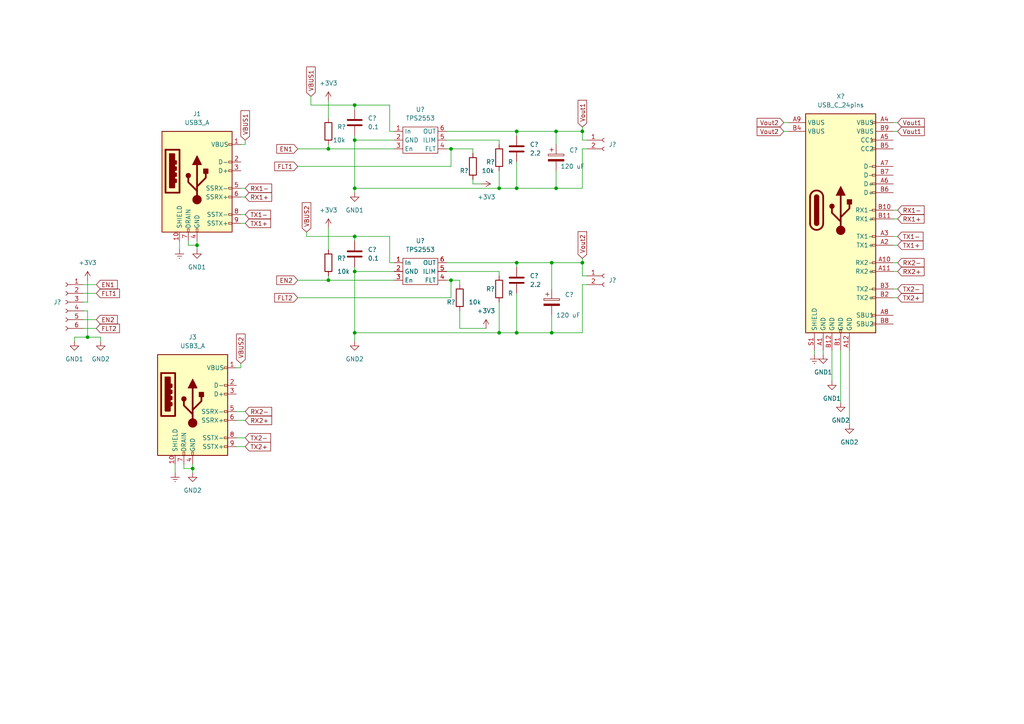
<source format=kicad_sch>
(kicad_sch (version 20211123) (generator eeschema)
  (paper "A4")
  (lib_symbols
    (symbol "Connector:Conn_01x02_Female" (pin_names (offset 1.016) hide)
      (property "Reference" "J" (at 0 2.54 0))
      (property "Value" "Conn_01x02_Female" (at 0 -5.08 0))
      (symbol "Conn_01x02_Female_1_1"
        (arc (start 0 -2.032) (mid -0.508 -2.54) (end 0 -3.048) (stroke (width 0.1524)))
        (polyline (pts (xy -1.27 -2.54) (xy -0.508 -2.54)) (stroke (width 0.1524)))
        (polyline (pts (xy -1.27 0) (xy -0.508 0)) (stroke (width 0.1524)))
        (arc (start 0 0.508) (mid -0.508 0) (end 0 -0.508) (stroke (width 0.1524)))
        (pin passive line (at -5.08 0 0) (length 3.81) (name "Pin_1") (number "1"))
        (pin passive line (at -5.08 -2.54 0) (length 3.81) (name "Pin_2") (number "2"))
      )
    )
    (symbol "Connector:Conn_01x06_Female" (pin_names (offset 1.016) hide)
      (property "Reference" "J" (at 0 7.62 0))
      (property "Value" "Conn_01x06_Female" (at 0 -10.16 0))
      (symbol "Conn_01x06_Female_1_1"
        (arc (start 0 -7.112) (mid -0.508 -7.62) (end 0 -8.128) (stroke (width 0.1524)))
        (arc (start 0 -4.572) (mid -0.508 -5.08) (end 0 -5.588) (stroke (width 0.1524)))
        (arc (start 0 -2.032) (mid -0.508 -2.54) (end 0 -3.048) (stroke (width 0.1524)))
        (polyline (pts (xy -1.27 -7.62) (xy -0.508 -7.62)) (stroke (width 0.1524)))
        (polyline (pts (xy -1.27 -5.08) (xy -0.508 -5.08)) (stroke (width 0.1524)))
        (polyline (pts (xy -1.27 -2.54) (xy -0.508 -2.54)) (stroke (width 0.1524)))
        (polyline (pts (xy -1.27 0) (xy -0.508 0)) (stroke (width 0.1524)))
        (polyline (pts (xy -1.27 2.54) (xy -0.508 2.54)) (stroke (width 0.1524)))
        (polyline (pts (xy -1.27 5.08) (xy -0.508 5.08)) (stroke (width 0.1524)))
        (arc (start 0 0.508) (mid -0.508 0) (end 0 -0.508) (stroke (width 0.1524)))
        (arc (start 0 3.048) (mid -0.508 2.54) (end 0 2.032) (stroke (width 0.1524)))
        (arc (start 0 5.588) (mid -0.508 5.08) (end 0 4.572) (stroke (width 0.1524)))
        (pin passive line (at -5.08 5.08 0) (length 3.81) (name "Pin_1") (number "1"))
        (pin passive line (at -5.08 2.54 0) (length 3.81) (name "Pin_2") (number "2"))
        (pin passive line (at -5.08 0 0) (length 3.81) (name "Pin_3") (number "3"))
        (pin passive line (at -5.08 -2.54 0) (length 3.81) (name "Pin_4") (number "4"))
        (pin passive line (at -5.08 -5.08 0) (length 3.81) (name "Pin_5") (number "5"))
        (pin passive line (at -5.08 -7.62 0) (length 3.81) (name "Pin_6") (number "6"))
      )
    )
    (symbol "Connector:USB3_A" (pin_names (offset 1.016))
      (property "Reference" "J" (at -10.16 15.24 0))
      (property "Value" "USB3_A" (at 10.16 15.24 0))
      (symbol "USB3_A_0_0"
        (rectangle (start -9.144 8.636) (end -5.08 -3.81) (stroke (width 0.508)))
        (rectangle (start -7.874 7.366) (end -6.604 -2.286) (stroke (width 0.508)) (fill (type outline)))
        (rectangle (start -6.35 0) (end -6.096 -0.762) (stroke (width 0.508)))
        (rectangle (start -6.35 1.778) (end -6.096 1.016) (stroke (width 0.508)))
        (rectangle (start -6.35 3.556) (end -6.096 2.794) (stroke (width 0.508)))
        (rectangle (start -6.35 5.334) (end -6.096 4.572) (stroke (width 0.508)))
        (rectangle (start -2.794 -15.24) (end -2.286 -14.224))
        (rectangle (start -0.254 -15.24) (end 0.254 -14.224))
        (rectangle (start 10.16 -12.446) (end 9.144 -12.954))
        (rectangle (start 10.16 -9.906) (end 9.144 -10.414))
        (rectangle (start 10.16 -4.826) (end 9.144 -5.334))
        (rectangle (start 10.16 -2.286) (end 9.144 -2.794))
        (rectangle (start 10.16 2.794) (end 9.144 2.286))
        (rectangle (start 10.16 5.334) (end 9.144 4.826))
        (rectangle (start 10.16 10.414) (end 9.144 9.906))
      )
      (symbol "USB3_A_0_1"
        (rectangle (start -10.16 13.97) (end 10.16 -15.24) (stroke (width 0.254)) (fill (type background)))
      )
      (symbol "USB3_A_1_1"
        (circle (center -2.54 1.143) (radius 0.635) (stroke (width 0.254)) (fill (type outline)))
        (circle (center 0 -5.842) (radius 1.27) (fill (type outline)))
        (polyline (pts (xy 0 -5.842) (xy 0 4.318)) (stroke (width 0.508)))
        (polyline (pts (xy 0 -3.302) (xy -2.54 -0.762) (xy -2.54 0.508)) (stroke (width 0.508)))
        (polyline (pts (xy 0 -2.032) (xy 2.54 0.508) (xy 2.54 1.778)) (stroke (width 0.508)))
        (polyline (pts (xy -1.27 4.318) (xy 0 6.858) (xy 1.27 4.318) (xy -1.27 4.318)) (stroke (width 0.254)) (fill (type outline)))
        (rectangle (start 1.905 1.778) (end 3.175 3.048) (stroke (width 0.254)) (fill (type outline)))
        (pin power_in line (at 12.7 10.16 180) (length 2.54) (name "VBUS") (number "1"))
        (pin passive line (at -5.08 -17.78 90) (length 2.54) (name "SHIELD") (number "10"))
        (pin bidirectional line (at 12.7 5.08 180) (length 2.54) (name "D-") (number "2"))
        (pin bidirectional line (at 12.7 2.54 180) (length 2.54) (name "D+") (number "3"))
        (pin power_in line (at 0 -17.78 90) (length 2.54) (name "GND") (number "4"))
        (pin output line (at 12.7 -2.54 180) (length 2.54) (name "SSRX-") (number "5"))
        (pin output line (at 12.7 -5.08 180) (length 2.54) (name "SSRX+") (number "6"))
        (pin passive line (at -2.54 -17.78 90) (length 2.54) (name "DRAIN") (number "7"))
        (pin input line (at 12.7 -10.16 180) (length 2.54) (name "SSTX-") (number "8"))
        (pin input line (at 12.7 -12.7 180) (length 2.54) (name "SSTX+") (number "9"))
      )
    )
    (symbol "Device:C" (pin_numbers hide) (pin_names (offset 0.254))
      (property "Reference" "C" (at 0.635 2.54 0))
      (property "Value" "C" (at 0.635 -2.54 0))
      (symbol "C_0_1"
        (polyline (pts (xy -2.032 -0.762) (xy 2.032 -0.762)) (stroke (width 0.508)))
        (polyline (pts (xy -2.032 0.762) (xy 2.032 0.762)) (stroke (width 0.508)))
      )
      (symbol "C_1_1"
        (pin passive line (at 0 3.81 270) (length 2.794) (name "~") (number "1"))
        (pin passive line (at 0 -3.81 90) (length 2.794) (name "~") (number "2"))
      )
    )
    (symbol "Device:C_Polarized" (pin_numbers hide) (pin_names (offset 0.254))
      (property "Reference" "C" (at 0.635 2.54 0))
      (property "Value" "C_Polarized" (at 0.635 -2.54 0))
      (symbol "C_Polarized_0_1"
        (rectangle (start -2.286 0.508) (end 2.286 1.016))
        (polyline (pts (xy -1.778 2.286) (xy -0.762 2.286)))
        (polyline (pts (xy -1.27 2.794) (xy -1.27 1.778)))
        (rectangle (start 2.286 -0.508) (end -2.286 -1.016) (fill (type outline)))
      )
      (symbol "C_Polarized_1_1"
        (pin passive line (at 0 3.81 270) (length 2.794) (name "~") (number "1"))
        (pin passive line (at 0 -3.81 90) (length 2.794) (name "~") (number "2"))
      )
    )
    (symbol "Device:R" (pin_numbers hide) (pin_names (offset 0))
      (property "Reference" "R" (at 2.032 0 90))
      (property "Value" "R" (at 0 0 90))
      (symbol "R_0_1"
        (rectangle (start -1.016 -2.54) (end 1.016 2.54) (stroke (width 0.254)))
      )
      (symbol "R_1_1"
        (pin passive line (at 0 3.81 270) (length 1.27) (name "~") (number "1"))
        (pin passive line (at 0 -3.81 90) (length 1.27) (name "~") (number "2"))
      )
    )
    (symbol "Shield1:USB_C_24pins"
      (property "Reference" "X1" (at 0 38.1 0))
      (property "Value" "USB_C_24pins" (at 0 35.56 0))
      (symbol "USB_C_24pins_0_0"
        (rectangle (start -0.254 -30.48) (end 0.254 -29.464))
        (rectangle (start 10.16 -27.686) (end 9.144 -28.194))
        (rectangle (start 10.16 -25.146) (end 9.144 -25.654))
        (rectangle (start 10.16 -20.066) (end 9.144 -20.574))
        (rectangle (start 10.16 -17.526) (end 9.144 -18.034))
        (rectangle (start 10.16 -12.446) (end 9.144 -12.954))
        (rectangle (start 10.16 -9.906) (end 9.144 -10.414))
        (rectangle (start 10.16 -4.826) (end 9.144 -5.334))
        (rectangle (start 10.16 -2.286) (end 9.144 -2.794))
        (rectangle (start 10.16 2.794) (end 9.144 2.286))
        (rectangle (start 10.16 5.334) (end 9.144 4.826))
        (rectangle (start 10.16 10.414) (end 9.144 9.906))
        (rectangle (start 10.16 12.954) (end 9.144 12.446))
        (rectangle (start 10.16 15.494) (end 9.144 14.986))
        (rectangle (start 10.16 18.034) (end 9.144 17.526))
        (rectangle (start 10.16 23.114) (end 9.144 22.606))
        (rectangle (start 10.16 25.654) (end 9.144 25.146))
        (rectangle (start 10.16 30.734) (end 9.144 30.226))
      )
      (symbol "USB_C_24pins_0_1"
        (rectangle (start -10.16 33.02) (end 10.16 -30.48) (stroke (width 0.254)) (fill (type background)))
        (arc (start -8.89 1.27) (mid -6.985 -0.635) (end -5.08 1.27) (stroke (width 0.508)))
        (arc (start -7.62 1.27) (mid -6.985 0.635) (end -6.35 1.27) (stroke (width 0.254)))
        (arc (start -7.62 1.27) (mid -6.985 0.635) (end -6.35 1.27) (stroke (width 0.254)) (fill (type outline)))
        (rectangle (start -7.62 1.27) (end -6.35 8.89) (stroke (width 0.254)) (fill (type outline)))
        (arc (start -6.35 8.89) (mid -6.985 9.525) (end -7.62 8.89) (stroke (width 0.254)))
        (arc (start -6.35 8.89) (mid -6.985 9.525) (end -7.62 8.89) (stroke (width 0.254)) (fill (type outline)))
        (arc (start -5.08 8.89) (mid -6.985 10.795) (end -8.89 8.89) (stroke (width 0.508)))
        (polyline (pts (xy -8.89 1.27) (xy -8.89 8.89)) (stroke (width 0.508)))
        (polyline (pts (xy -5.08 8.89) (xy -5.08 1.27)) (stroke (width 0.508)))
      )
      (symbol "USB_C_24pins_1_1"
        (circle (center -2.54 6.223) (radius 0.635) (stroke (width 0.254)) (fill (type outline)))
        (circle (center 0 -0.762) (radius 1.27) (fill (type outline)))
        (polyline (pts (xy 0 -0.762) (xy 0 9.398)) (stroke (width 0.508)))
        (polyline (pts (xy 0 1.778) (xy -2.54 4.318) (xy -2.54 5.588)) (stroke (width 0.508)))
        (polyline (pts (xy 0 3.048) (xy 2.54 5.588) (xy 2.54 6.858)) (stroke (width 0.508)))
        (polyline (pts (xy -1.27 9.398) (xy 0 11.938) (xy 1.27 9.398) (xy -1.27 9.398)) (stroke (width 0.254)) (fill (type outline)))
        (rectangle (start 1.905 6.858) (end 3.175 8.128) (stroke (width 0.254)) (fill (type outline)))
        (pin passive line (at -5.08 -35.56 90) (length 5.08) (name "GND") (number "A1"))
        (pin bidirectional line (at 15.24 -10.16 180) (length 5.08) (name "RX2-") (number "A10"))
        (pin bidirectional line (at 15.24 -12.7 180) (length 5.08) (name "RX2+") (number "A11"))
        (pin passive line (at 2.54 -35.56 90) (length 5.08) (name "GND") (number "A12"))
        (pin bidirectional line (at 15.24 -5.08 180) (length 5.08) (name "TX1+") (number "A2"))
        (pin bidirectional line (at 15.24 -2.54 180) (length 5.08) (name "TX1-") (number "A3"))
        (pin passive line (at 15.24 30.48 180) (length 5.08) (name "VBUS") (number "A4"))
        (pin bidirectional line (at 15.24 25.4 180) (length 5.08) (name "CC1") (number "A5"))
        (pin bidirectional line (at 15.24 12.7 180) (length 5.08) (name "D+") (number "A6"))
        (pin bidirectional line (at 15.24 17.78 180) (length 5.08) (name "D-") (number "A7"))
        (pin bidirectional line (at 15.24 -25.4 180) (length 5.08) (name "SBU1") (number "A8"))
        (pin passive line (at -15.24 30.48 0) (length 5.08) (name "VBUS") (number "A9"))
        (pin passive line (at 0 -35.56 90) (length 5.08) (name "GND") (number "B1"))
        (pin bidirectional line (at 15.24 5.08 180) (length 5.08) (name "RX1-") (number "B10"))
        (pin bidirectional line (at 15.24 2.54 180) (length 5.08) (name "RX1+") (number "B11"))
        (pin passive line (at -2.54 -35.56 90) (length 5.08) (name "GND") (number "B12"))
        (pin bidirectional line (at 15.24 -20.32 180) (length 5.08) (name "TX2+") (number "B2"))
        (pin bidirectional line (at 15.24 -17.78 180) (length 5.08) (name "TX2-") (number "B3"))
        (pin passive line (at -15.24 27.94 0) (length 5.08) (name "VBUS") (number "B4"))
        (pin bidirectional line (at 15.24 22.86 180) (length 5.08) (name "CC2") (number "B5"))
        (pin bidirectional line (at 15.24 10.16 180) (length 5.08) (name "D+") (number "B6"))
        (pin bidirectional line (at 15.24 15.24 180) (length 5.08) (name "D-") (number "B7"))
        (pin bidirectional line (at 15.24 -27.94 180) (length 5.08) (name "SBU2") (number "B8"))
        (pin passive line (at 15.24 27.94 180) (length 5.08) (name "VBUS") (number "B9"))
        (pin passive line (at -7.62 -35.56 90) (length 5.08) (name "SHIELD") (number "S1"))
        (pin passive line (at -7.62 -35.56 90) (length 5.08) hide (name "SHIELD") (number "S2"))
        (pin passive line (at -7.62 -35.56 90) (length 5.08) hide (name "SHIELD") (number "S3"))
        (pin passive line (at -7.62 -35.56 90) (length 5.08) hide (name "SHIELD") (number "S4"))
      )
    )
    (symbol "Shield_Emergent:TPS2553"
      (property "Reference" "U" (at 0 7.62 0))
      (property "Value" "TPS2553" (at 0 5.08 0))
      (symbol "TPS2553_0_1"
        (rectangle (start -5.08 3.81) (end 5.08 -3.81))
      )
      (symbol "TPS2553_1_1"
        (pin power_in line (at -7.62 2.54 0) (length 2.54) (name "In") (number "1"))
        (pin power_in line (at -7.62 0 0) (length 2.54) (name "GND") (number "2"))
        (pin input line (at -7.62 -2.54 0) (length 2.54) (name "En") (number "3"))
        (pin open_collector line (at 7.62 -2.54 180) (length 2.54) (name "FLT") (number "4"))
        (pin input line (at 7.62 0 180) (length 2.54) (name "ILIM") (number "5"))
        (pin power_out line (at 7.62 2.54 180) (length 2.54) (name "OUT") (number "6"))
      )
    )
    (symbol "power:+3.3V" (power) (pin_names (offset 0))
      (property "Value" "+3.3V" (at 0 3.556 0))
      (symbol "+3.3V_0_1"
        (polyline (pts (xy -0.762 1.27) (xy 0 2.54)))
        (polyline (pts (xy 0 0) (xy 0 2.54)))
        (polyline (pts (xy 0 2.54) (xy 0.762 1.27)))
      )
      (symbol "+3.3V_1_1"
        (pin power_in line (at 0 0 90) (length 0) hide (name "+3V3") (number "1"))
      )
    )
    (symbol "power:Earth" (power) (pin_names (offset 0))
      (symbol "Earth_0_1"
        (polyline (pts (xy -0.635 -1.905) (xy 0.635 -1.905)))
        (polyline (pts (xy -0.127 -2.54) (xy 0.127 -2.54)))
        (polyline (pts (xy 0 -1.27) (xy 0 0)))
        (polyline (pts (xy 1.27 -1.27) (xy -1.27 -1.27)))
      )
      (symbol "Earth_1_1"
        (pin power_in line (at 0 0 270) (length 0) hide (name "Earth") (number "1"))
      )
    )
    (symbol "power:GND1" (power) (pin_names (offset 0))
      (property "Value" "GND1" (at 0 -3.81 0))
      (symbol "GND1_0_1"
        (polyline (pts (xy 0 0) (xy 0 -1.27) (xy 1.27 -1.27) (xy 0 -2.54) (xy -1.27 -1.27) (xy 0 -1.27)))
      )
      (symbol "GND1_1_1"
        (pin power_in line (at 0 0 270) (length 0) hide (name "GND1") (number "1"))
      )
    )
    (symbol "power:GND2" (power) (pin_names (offset 0))
      (property "Value" "GND2" (at 0 -3.81 0))
      (symbol "GND2_0_1"
        (polyline (pts (xy 0 0) (xy 0 -1.27) (xy 1.27 -1.27) (xy 0 -2.54) (xy -1.27 -1.27) (xy 0 -1.27)))
      )
      (symbol "GND2_1_1"
        (pin power_in line (at 0 0 270) (length 0) hide (name "GND2") (number "1"))
      )
    )
  )
  (junction (at 102.87 40.64))
  (junction (at 160.02 76.2))
  (junction (at 95.25 81.28))
  (junction (at 149.86 76.2))
  (junction (at 144.78 54.61))
  (junction (at 161.29 38.1))
  (junction (at 149.86 96.52))
  (junction (at 144.78 96.52))
  (junction (at 149.86 54.61))
  (junction (at 102.87 96.52))
  (junction (at 55.88 135.89))
  (junction (at 95.25 43.18))
  (junction (at 149.86 38.1))
  (junction (at 130.81 81.28))
  (junction (at 57.15 71.12))
  (junction (at 168.91 76.2))
  (junction (at 160.02 96.52))
  (junction (at 102.87 78.74))
  (junction (at 102.87 68.58))
  (junction (at 168.91 38.1))
  (junction (at 102.87 30.48))
  (junction (at 25.4 97.79))
  (junction (at 130.81 43.18))
  (junction (at 102.87 54.61))
  (junction (at 161.29 54.61))
  (wire (pts (xy 144.78 87.63) (xy 144.78 96.52)))
  (wire (pts (xy 102.87 40.64) (xy 102.87 54.61)))
  (wire (pts (xy 259.08 83.82) (xy 260.35 83.82)))
  (wire (pts (xy 114.3 76.2) (xy 113.03 76.2)))
  (wire (pts (xy 113.03 30.48) (xy 113.03 38.1)))
  (wire (pts (xy 259.08 86.36) (xy 260.35 86.36)))
  (wire (pts (xy 113.03 68.58) (xy 102.87 68.58)))
  (wire (pts (xy 68.58 106.68) (xy 69.85 106.68)))
  (wire (pts (xy 50.8 134.62) (xy 50.8 137.16)))
  (wire (pts (xy 69.85 64.77) (xy 71.12 64.77)))
  (wire (pts (xy 88.9 67.31) (xy 88.9 68.58)))
  (wire (pts (xy 168.91 43.18) (xy 168.91 54.61)))
  (wire (pts (xy 149.86 77.47) (xy 149.86 76.2)))
  (wire (pts (xy 95.25 43.18) (xy 114.3 43.18)))
  (wire (pts (xy 149.86 46.99) (xy 149.86 54.61)))
  (wire (pts (xy 69.85 62.23) (xy 71.12 62.23)))
  (wire (pts (xy 170.18 40.64) (xy 168.91 40.64)))
  (wire (pts (xy 90.17 27.94) (xy 90.17 30.48)))
  (wire (pts (xy 102.87 77.47) (xy 102.87 78.74)))
  (wire (pts (xy 102.87 40.64) (xy 114.3 40.64)))
  (wire (pts (xy 149.86 54.61) (xy 161.29 54.61)))
  (wire (pts (xy 130.81 43.18) (xy 137.16 43.18)))
  (wire (pts (xy 168.91 82.55) (xy 168.91 96.52)))
  (wire (pts (xy 69.85 57.15) (xy 71.12 57.15)))
  (wire (pts (xy 246.38 101.6) (xy 246.38 123.19)))
  (wire (pts (xy 161.29 38.1) (xy 161.29 41.91)))
  (wire (pts (xy 160.02 76.2) (xy 168.91 76.2)))
  (wire (pts (xy 168.91 43.18) (xy 170.18 43.18)))
  (wire (pts (xy 161.29 38.1) (xy 149.86 38.1)))
  (wire (pts (xy 259.08 76.2) (xy 260.35 76.2)))
  (wire (pts (xy 228.6 38.1) (xy 227.33 38.1)))
  (wire (pts (xy 149.86 96.52) (xy 149.86 85.09)))
  (wire (pts (xy 102.87 54.61) (xy 102.87 55.88)))
  (wire (pts (xy 55.88 135.89) (xy 55.88 137.16)))
  (wire (pts (xy 144.78 78.74) (xy 144.78 80.01)))
  (wire (pts (xy 54.61 71.12) (xy 57.15 71.12)))
  (wire (pts (xy 29.21 99.06) (xy 29.21 97.79)))
  (wire (pts (xy 88.9 68.58) (xy 102.87 68.58)))
  (wire (pts (xy 95.25 41.91) (xy 95.25 43.18)))
  (wire (pts (xy 139.7 53.34) (xy 137.16 53.34)))
  (wire (pts (xy 160.02 96.52) (xy 168.91 96.52)))
  (wire (pts (xy 259.08 38.1) (xy 260.35 38.1)))
  (wire (pts (xy 133.35 81.28) (xy 133.35 82.55)))
  (wire (pts (xy 57.15 71.12) (xy 57.15 72.39)))
  (wire (pts (xy 259.08 68.58) (xy 260.35 68.58)))
  (wire (pts (xy 68.58 121.92) (xy 71.12 121.92)))
  (wire (pts (xy 133.35 95.25) (xy 140.97 95.25)))
  (wire (pts (xy 228.6 35.56) (xy 227.33 35.56)))
  (wire (pts (xy 24.13 90.17) (xy 25.4 90.17)))
  (wire (pts (xy 129.54 40.64) (xy 144.78 40.64)))
  (wire (pts (xy 86.36 86.36) (xy 130.81 86.36)))
  (wire (pts (xy 129.54 43.18) (xy 130.81 43.18)))
  (wire (pts (xy 130.81 81.28) (xy 133.35 81.28)))
  (wire (pts (xy 160.02 76.2) (xy 160.02 83.82)))
  (wire (pts (xy 52.07 69.85) (xy 52.07 72.39)))
  (wire (pts (xy 53.34 134.62) (xy 53.34 135.89)))
  (wire (pts (xy 113.03 76.2) (xy 113.03 68.58)))
  (wire (pts (xy 144.78 49.53) (xy 144.78 54.61)))
  (wire (pts (xy 24.13 85.09) (xy 27.94 85.09)))
  (wire (pts (xy 259.08 78.74) (xy 260.35 78.74)))
  (wire (pts (xy 149.86 76.2) (xy 160.02 76.2)))
  (wire (pts (xy 71.12 41.91) (xy 71.12 40.64)))
  (wire (pts (xy 25.4 81.28) (xy 25.4 87.63)))
  (wire (pts (xy 25.4 97.79) (xy 21.59 97.79)))
  (wire (pts (xy 168.91 40.64) (xy 168.91 38.1)))
  (wire (pts (xy 129.54 38.1) (xy 149.86 38.1)))
  (wire (pts (xy 168.91 80.01) (xy 168.91 76.2)))
  (wire (pts (xy 149.86 96.52) (xy 144.78 96.52)))
  (wire (pts (xy 102.87 96.52) (xy 144.78 96.52)))
  (wire (pts (xy 133.35 90.17) (xy 133.35 95.25)))
  (wire (pts (xy 259.08 60.96) (xy 260.35 60.96)))
  (wire (pts (xy 102.87 78.74) (xy 114.3 78.74)))
  (wire (pts (xy 130.81 43.18) (xy 130.81 48.26)))
  (wire (pts (xy 102.87 78.74) (xy 102.87 96.52)))
  (wire (pts (xy 102.87 68.58) (xy 102.87 69.85)))
  (wire (pts (xy 57.15 69.85) (xy 57.15 71.12)))
  (wire (pts (xy 129.54 81.28) (xy 130.81 81.28)))
  (wire (pts (xy 243.84 101.6) (xy 243.84 116.84)))
  (wire (pts (xy 86.36 48.26) (xy 130.81 48.26)))
  (wire (pts (xy 68.58 127) (xy 71.12 127)))
  (wire (pts (xy 55.88 134.62) (xy 55.88 135.89)))
  (wire (pts (xy 102.87 39.37) (xy 102.87 40.64)))
  (wire (pts (xy 24.13 92.71) (xy 27.94 92.71)))
  (wire (pts (xy 113.03 38.1) (xy 114.3 38.1)))
  (wire (pts (xy 29.21 97.79) (xy 25.4 97.79)))
  (wire (pts (xy 102.87 54.61) (xy 144.78 54.61)))
  (wire (pts (xy 170.18 82.55) (xy 168.91 82.55)))
  (wire (pts (xy 149.86 96.52) (xy 160.02 96.52)))
  (wire (pts (xy 69.85 106.68) (xy 69.85 105.41)))
  (wire (pts (xy 259.08 71.12) (xy 260.35 71.12)))
  (wire (pts (xy 68.58 119.38) (xy 71.12 119.38)))
  (wire (pts (xy 86.36 43.18) (xy 95.25 43.18)))
  (wire (pts (xy 95.25 29.21) (xy 95.25 34.29)))
  (wire (pts (xy 168.91 74.93) (xy 168.91 76.2)))
  (wire (pts (xy 69.85 54.61) (xy 71.12 54.61)))
  (wire (pts (xy 144.78 40.64) (xy 144.78 41.91)))
  (wire (pts (xy 259.08 63.5) (xy 260.35 63.5)))
  (wire (pts (xy 102.87 31.75) (xy 102.87 30.48)))
  (wire (pts (xy 24.13 82.55) (xy 27.94 82.55)))
  (wire (pts (xy 168.91 38.1) (xy 161.29 38.1)))
  (wire (pts (xy 168.91 36.83) (xy 168.91 38.1)))
  (wire (pts (xy 161.29 54.61) (xy 168.91 54.61)))
  (wire (pts (xy 236.22 101.6) (xy 236.22 102.87)))
  (wire (pts (xy 238.76 101.6) (xy 238.76 102.87)))
  (wire (pts (xy 95.25 66.04) (xy 95.25 72.39)))
  (wire (pts (xy 129.54 78.74) (xy 144.78 78.74)))
  (wire (pts (xy 170.18 80.01) (xy 168.91 80.01)))
  (wire (pts (xy 129.54 76.2) (xy 149.86 76.2)))
  (wire (pts (xy 130.81 81.28) (xy 130.81 86.36)))
  (wire (pts (xy 95.25 81.28) (xy 114.3 81.28)))
  (wire (pts (xy 21.59 97.79) (xy 21.59 99.06)))
  (wire (pts (xy 161.29 49.53) (xy 161.29 54.61)))
  (wire (pts (xy 53.34 135.89) (xy 55.88 135.89)))
  (wire (pts (xy 160.02 91.44) (xy 160.02 96.52)))
  (wire (pts (xy 102.87 96.52) (xy 102.87 99.06)))
  (wire (pts (xy 241.3 101.6) (xy 241.3 110.49)))
  (wire (pts (xy 102.87 30.48) (xy 113.03 30.48)))
  (wire (pts (xy 90.17 30.48) (xy 102.87 30.48)))
  (wire (pts (xy 69.85 41.91) (xy 71.12 41.91)))
  (wire (pts (xy 25.4 90.17) (xy 25.4 97.79)))
  (wire (pts (xy 86.36 81.28) (xy 95.25 81.28)))
  (wire (pts (xy 54.61 69.85) (xy 54.61 71.12)))
  (wire (pts (xy 259.08 35.56) (xy 260.35 35.56)))
  (wire (pts (xy 149.86 39.37) (xy 149.86 38.1)))
  (wire (pts (xy 95.25 80.01) (xy 95.25 81.28)))
  (wire (pts (xy 137.16 53.34) (xy 137.16 52.07)))
  (wire (pts (xy 25.4 87.63) (xy 24.13 87.63)))
  (wire (pts (xy 149.86 54.61) (xy 144.78 54.61)))
  (wire (pts (xy 137.16 43.18) (xy 137.16 44.45)))
  (wire (pts (xy 68.58 129.54) (xy 71.12 129.54)))
  (wire (pts (xy 24.13 95.25) (xy 27.94 95.25)))
  (global_label "VBUS1" (shape input) (at 90.17 27.94 90) (property "Intersheet References" "${INTERSHEET_REFS}" (effects hide)))
  (global_label "Vout1" (shape input) (at 260.35 38.1 0) (property "Intersheet References" "${INTERSHEET_REFS}" (effects hide)))
  (global_label "Vout1" (shape input) (at 168.91 36.83 90) (property "Intersheet References" "${INTERSHEET_REFS}" (effects hide)))
  (global_label "TX2+" (shape input) (at 260.35 86.36 0) (property "Intersheet References" "${INTERSHEET_REFS}" (effects hide)))
  (global_label "EN1" (shape input) (at 27.94 82.55 0) (property "Intersheet References" "${INTERSHEET_REFS}" (effects hide)))
  (global_label "VBUS2" (shape input) (at 88.9 67.31 90) (property "Intersheet References" "${INTERSHEET_REFS}" (effects hide)))
  (global_label "RX2+" (shape input) (at 71.12 121.92 0) (property "Intersheet References" "${INTERSHEET_REFS}" (effects hide)))
  (global_label "FLT1" (shape input) (at 86.36 48.26 180) (property "Intersheet References" "${INTERSHEET_REFS}" (effects hide)))
  (global_label "FLT2" (shape input) (at 86.36 86.36 180) (property "Intersheet References" "${INTERSHEET_REFS}" (effects hide)))
  (global_label "TX2+" (shape input) (at 71.12 129.54 0) (property "Intersheet References" "${INTERSHEET_REFS}" (effects hide)))
  (global_label "TX1-" (shape input) (at 260.35 68.58 0) (property "Intersheet References" "${INTERSHEET_REFS}" (effects hide)))
  (global_label "TX2-" (shape input) (at 71.12 127 0) (property "Intersheet References" "${INTERSHEET_REFS}" (effects hide)))
  (global_label "EN1" (shape input) (at 86.36 43.18 180) (property "Intersheet References" "${INTERSHEET_REFS}" (effects hide)))
  (global_label "TX1+" (shape input) (at 260.35 71.12 0) (property "Intersheet References" "${INTERSHEET_REFS}" (effects hide)))
  (global_label "TX2-" (shape input) (at 260.35 83.82 0) (property "Intersheet References" "${INTERSHEET_REFS}" (effects hide)))
  (global_label "FLT1" (shape input) (at 27.94 85.09 0) (property "Intersheet References" "${INTERSHEET_REFS}" (effects hide)))
  (global_label "RX1+" (shape input) (at 71.12 57.15 0) (property "Intersheet References" "${INTERSHEET_REFS}" (effects hide)))
  (global_label "TX1+" (shape input) (at 71.12 64.77 0) (property "Intersheet References" "${INTERSHEET_REFS}" (effects hide)))
  (global_label "FLT2" (shape input) (at 27.94 95.25 0) (property "Intersheet References" "${INTERSHEET_REFS}" (effects hide)))
  (global_label "Vout2" (shape input) (at 227.33 35.56 180) (property "Intersheet References" "${INTERSHEET_REFS}" (effects hide)))
  (global_label "VBUS2" (shape input) (at 69.85 105.41 90) (property "Intersheet References" "${INTERSHEET_REFS}" (effects hide)))
  (global_label "RX2-" (shape input) (at 71.12 119.38 0) (property "Intersheet References" "${INTERSHEET_REFS}" (effects hide)))
  (global_label "VBUS1" (shape input) (at 71.12 40.64 90) (property "Intersheet References" "${INTERSHEET_REFS}" (effects hide)))
  (global_label "RX2-" (shape input) (at 260.35 76.2 0) (property "Intersheet References" "${INTERSHEET_REFS}" (effects hide)))
  (global_label "RX1-" (shape input) (at 71.12 54.61 0) (property "Intersheet References" "${INTERSHEET_REFS}" (effects hide)))
  (global_label "Vout1" (shape input) (at 260.35 35.56 0) (property "Intersheet References" "${INTERSHEET_REFS}" (effects hide)))
  (global_label "RX1+" (shape input) (at 260.35 63.5 0) (property "Intersheet References" "${INTERSHEET_REFS}" (effects hide)))
  (global_label "Vout2" (shape input) (at 168.91 74.93 90) (property "Intersheet References" "${INTERSHEET_REFS}" (effects hide)))
  (global_label "TX1-" (shape input) (at 71.12 62.23 0) (property "Intersheet References" "${INTERSHEET_REFS}" (effects hide)))
  (global_label "RX2+" (shape input) (at 260.35 78.74 0) (property "Intersheet References" "${INTERSHEET_REFS}" (effects hide)))
  (global_label "RX1-" (shape input) (at 260.35 60.96 0) (property "Intersheet References" "${INTERSHEET_REFS}" (effects hide)))
  (global_label "EN2" (shape input) (at 27.94 92.71 0) (property "Intersheet References" "${INTERSHEET_REFS}" (effects hide)))
  (global_label "EN2" (shape input) (at 86.36 81.28 180) (property "Intersheet References" "${INTERSHEET_REFS}" (effects hide)))
  (global_label "Vout2" (shape input) (at 227.33 38.1 180) (property "Intersheet References" "${INTERSHEET_REFS}" (effects hide)))
  (symbol (lib_id "Device:C_Polarized") (at 161.29 45.72 0) (unit 1)
    (property "Reference" "C?" (at 165.1 43.5609 0) (effects (justify left)))
    (property "Value" "120 uF" (at 162.56 48.26 0) (effects (justify left)))
    (property "Footprint" "Capacitor_THT:CP_Radial_D6.3mm_P2.50mm" (effects hide))
  )
  (symbol (lib_id "power:GND2") (at 102.87 99.06 0) (unit 1)
    (property "Reference" "#PWR?" (effects hide))
    (property "Value" "GND2" (at 102.87 104.14 0))
  )
  (symbol (lib_id "Device:C") (at 149.86 81.28 0) (unit 1)
    (property "Reference" "C?" (at 153.67 80.0099 0) (effects (justify left)))
    (property "Value" "2.2" (at 153.67 82.5499 0) (effects (justify left)))
    (property "Footprint" "Capacitor_SMD:C_0603_1608Metric_Pad1.08x0.95mm_HandSolder" (effects hide))
  )
  (symbol (lib_id "power:GND2") (at 243.84 116.84 0) (unit 1)
    (property "Reference" "#PWR?" (effects hide))
    (property "Value" "GND2" (at 243.84 121.92 0))
  )
  (symbol (lib_id "Device:R") (at 95.25 38.1 0) (unit 1)
    (property "Reference" "R?" (at 97.79 36.8299 0) (effects (justify left)))
    (property "Value" "10k" (at 96.52 40.64 0) (effects (justify left)))
    (property "Footprint" "Resistor_SMD:R_0603_1608Metric_Pad0.98x0.95mm_HandSolder" (effects hide))
  )
  (symbol (lib_id "Device:R") (at 137.16 48.26 0) (unit 1)
    (property "Reference" "R?" (at 133.35 49.53 0) (effects (justify left)))
    (property "Value" "10k" (at 139.7 49.5299 0) (effects (justify left)))
    (property "Footprint" "Resistor_SMD:R_0603_1608Metric_Pad0.98x0.95mm_HandSolder" (effects hide))
  )
  (symbol (lib_id "Connector:USB3_A") (at 57.15 52.07 0) (unit 1)
    (property "Reference" "J1" (at 57.15 33.02 0))
    (property "Value" "USB3_A" (at 57.15 35.56 0))
  )
  (symbol (lib_id "power:GND1") (at 102.87 55.88 0) (unit 1)
    (property "Reference" "#PWR?" (effects hide))
    (property "Value" "GND1" (at 102.87 60.96 0))
  )
  (symbol (lib_id "power:GND2") (at 29.21 99.06 0) (unit 1)
    (property "Reference" "#PWR?" (effects hide))
    (property "Value" "GND2" (at 29.21 104.14 0))
  )
  (symbol (lib_id "Shield_Emergent:TPS2553") (at 121.92 40.64 0) (unit 1)
    (property "Reference" "U?" (at 121.92 31.75 0))
    (property "Value" "TPS2553" (at 121.92 34.29 0))
    (property "Footprint" "Package_TO_SOT_SMD:SOT-23-6_Handsoldering" (effects hide))
  )
  (symbol (lib_id "Device:C") (at 149.86 43.18 0) (unit 1)
    (property "Reference" "C?" (at 153.67 41.9099 0) (effects (justify left)))
    (property "Value" "2.2" (at 153.67 44.4499 0) (effects (justify left)))
    (property "Footprint" "Capacitor_SMD:C_0603_1608Metric_Pad1.08x0.95mm_HandSolder" (effects hide))
  )
  (symbol (lib_id "Device:C_Polarized") (at 160.02 87.63 0) (unit 1)
    (property "Reference" "C?" (at 163.83 85.4709 0) (effects (justify left)))
    (property "Value" "120 uF" (at 161.29 91.44 0) (effects (justify left)))
    (property "Footprint" "Capacitor_THT:CP_Radial_D6.3mm_P2.50mm" (effects hide))
  )
  (symbol (lib_id "power:Earth") (at 50.8 137.16 0) (unit 1)
    (property "Reference" "#PWR?" (effects hide))
    (property "Value" "Earth" (effects hide))
  )
  (symbol (lib_id "Shield_Emergent:TPS2553") (at 121.92 78.74 0) (unit 1)
    (property "Reference" "U?" (at 121.92 69.85 0))
    (property "Value" "TPS2553" (at 121.92 72.39 0))
    (property "Footprint" "Package_TO_SOT_SMD:SOT-23-6_Handsoldering" (effects hide))
  )
  (symbol (lib_id "Connector:Conn_01x06_Female") (at 19.05 87.63 0) (mirror y) (unit 1)
    (property "Reference" "J?" (at 17.78 87.6299 0) (effects (justify left)))
    (property "Value" "Conn_01x06_Female" (effects hide))
    (property "Footprint" "Connector_PinSocket_2.54mm:PinSocket_1x06_P2.54mm_Vertical" (effects hide))
  )
  (symbol (lib_id "Connector:Conn_01x02_Female") (at 175.26 40.64 0) (unit 1)
    (property "Reference" "J?" (at 176.53 41.9099 0) (effects (justify left)))
    (property "Value" "Conn_01x02_Female" (effects hide))
    (property "Footprint" "Connector_PinSocket_2.54mm:PinSocket_1x02_P2.54mm_Vertical" (effects hide))
  )
  (symbol (lib_id "Shield1:USB_C_24pins") (at 243.84 66.04 0) (unit 1)
    (property "Reference" "X?" (at 243.84 27.94 0))
    (property "Value" "USB_C_24pins" (at 243.84 30.48 0))
    (property "Footprint" "Shield1:FPC_12" (effects hide))
  )
  (symbol (lib_id "power:GND2") (at 55.88 137.16 0) (unit 1)
    (property "Reference" "#PWR?" (effects hide))
    (property "Value" "GND2" (at 55.88 142.24 0))
  )
  (symbol (lib_id "Device:R") (at 144.78 45.72 0) (unit 1)
    (property "Reference" "R?" (at 140.97 46.99 0) (effects (justify left)))
    (property "Value" "R" (at 147.32 46.9899 0) (effects (justify left)))
    (property "Footprint" "Resistor_SMD:R_0603_1608Metric_Pad0.98x0.95mm_HandSolder" (effects hide))
  )
  (symbol (lib_id "power:+3.3V") (at 139.7 53.34 270) (unit 1)
    (property "Reference" "#PWR?" (effects hide))
    (property "Value" "+3.3V" (at 138.43 57.15 90) (effects (justify left)))
  )
  (symbol (lib_id "power:Earth") (at 52.07 72.39 0) (unit 1)
    (property "Reference" "#PWR?" (effects hide))
    (property "Value" "Earth" (effects hide))
  )
  (symbol (lib_id "power:GND1") (at 238.76 102.87 0) (unit 1)
    (property "Reference" "#PWR?" (effects hide))
    (property "Value" "GND1" (at 238.76 107.95 0))
  )
  (symbol (lib_id "power:GND1") (at 57.15 72.39 0) (unit 1)
    (property "Reference" "#PWR?" (effects hide))
    (property "Value" "GND1" (at 57.15 77.47 0))
  )
  (symbol (lib_id "Device:R") (at 144.78 83.82 0) (unit 1)
    (property "Reference" "R?" (at 140.97 83.82 0) (effects (justify left)))
    (property "Value" "R" (at 147.32 85.0899 0) (effects (justify left)))
    (property "Footprint" "Resistor_SMD:R_0603_1608Metric_Pad0.98x0.95mm_HandSolder" (effects hide))
  )
  (symbol (lib_id "power:+3.3V") (at 95.25 66.04 0) (unit 1)
    (property "Reference" "#PWR?" (effects hide))
    (property "Value" "+3.3V" (at 95.25 60.96 0))
  )
  (symbol (lib_id "Device:C") (at 102.87 35.56 0) (unit 1)
    (property "Reference" "C?" (at 106.68 34.2899 0) (effects (justify left)))
    (property "Value" "0.1" (at 106.68 36.8299 0) (effects (justify left)))
    (property "Footprint" "Capacitor_SMD:C_0603_1608Metric_Pad1.08x0.95mm_HandSolder" (effects hide))
  )
  (symbol (lib_id "Connector:USB3_A") (at 55.88 116.84 0) (unit 1)
    (property "Reference" "J3" (at 55.88 97.79 0))
    (property "Value" "USB3_A" (at 55.88 100.33 0))
  )
  (symbol (lib_id "power:Earth") (at 236.22 102.87 0) (unit 1)
    (property "Reference" "#PWR?" (effects hide))
    (property "Value" "Earth" (effects hide))
  )
  (symbol (lib_id "power:GND1") (at 241.3 110.49 0) (unit 1)
    (property "Reference" "#PWR?" (effects hide))
    (property "Value" "GND1" (at 241.3 115.57 0))
  )
  (symbol (lib_id "power:+3.3V") (at 95.25 29.21 0) (unit 1)
    (property "Reference" "#PWR?" (effects hide))
    (property "Value" "+3.3V" (at 95.25 24.13 0))
  )
  (symbol (lib_id "power:+3.3V") (at 25.4 81.28 0) (unit 1)
    (property "Reference" "#PWR?" (effects hide))
    (property "Value" "+3.3V" (at 25.4 76.2 0))
  )
  (symbol (lib_id "Connector:Conn_01x02_Female") (at 175.26 80.01 0) (unit 1)
    (property "Reference" "J?" (at 176.53 81.2799 0) (effects (justify left)))
    (property "Value" "Conn_01x02_Female" (effects hide))
    (property "Footprint" "Connector_PinSocket_2.54mm:PinSocket_1x02_P2.54mm_Vertical" (effects hide))
  )
  (symbol (lib_id "Device:C") (at 102.87 73.66 0) (unit 1)
    (property "Reference" "C?" (at 106.68 72.3899 0) (effects (justify left)))
    (property "Value" "0.1" (at 106.68 74.9299 0) (effects (justify left)))
    (property "Footprint" "Capacitor_SMD:C_0603_1608Metric_Pad1.08x0.95mm_HandSolder" (effects hide))
  )
  (symbol (lib_id "power:GND2") (at 246.38 123.19 0) (unit 1)
    (property "Reference" "#PWR?" (effects hide))
    (property "Value" "GND2" (at 246.38 128.27 0))
  )
  (symbol (lib_id "power:+3.3V") (at 140.97 95.25 0) (unit 1)
    (property "Reference" "#PWR?" (effects hide))
    (property "Value" "+3.3V" (at 140.97 90.17 0))
  )
  (symbol (lib_id "Device:R") (at 95.25 76.2 0) (unit 1)
    (property "Reference" "R?" (at 97.79 74.9299 0) (effects (justify left)))
    (property "Value" "10k" (at 97.79 78.74 0) (effects (justify left)))
    (property "Footprint" "Resistor_SMD:R_0603_1608Metric_Pad0.98x0.95mm_HandSolder" (effects hide))
  )
  (symbol (lib_id "Device:R") (at 133.35 86.36 0) (unit 1)
    (property "Reference" "R?" (at 129.54 87.63 0) (effects (justify left)))
    (property "Value" "10k" (at 135.89 87.6299 0) (effects (justify left)))
    (property "Footprint" "Resistor_SMD:R_0603_1608Metric_Pad0.98x0.95mm_HandSolder" (effects hide))
  )
  (symbol (lib_id "power:GND1") (at 21.59 99.06 0) (unit 1)
    (property "Reference" "#PWR?" (effects hide))
    (property "Value" "GND1" (at 21.59 104.14 0))
  )
)
</source>
